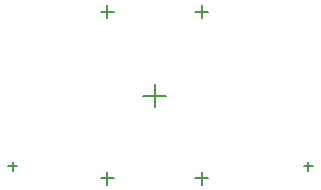
<source format=gbr>
%TF.GenerationSoftware,Altium Limited,Altium Designer,22.4.2 (48)*%
G04 Layer_Color=128*
%FSLAX26Y26*%
%MOIN*%
%TF.SameCoordinates,B812F889-C0D6-4E0A-92BC-1FC44A6A00D5*%
%TF.FilePolarity,Positive*%
%TF.FileFunction,Drillmap*%
%TF.Part,Single*%
G01*
G75*
%TA.AperFunction,NonConductor*%
%ADD30C,0.005000*%
D30*
X260590Y511812D02*
X290590D01*
X275590Y496812D02*
Y526812D01*
X1244842Y511812D02*
X1274842D01*
X1259842Y496812D02*
Y526812D01*
X568899Y1027560D02*
X612206D01*
X590552Y1005907D02*
Y1049214D01*
X568899Y472440D02*
X612206D01*
X590552Y450786D02*
Y494094D01*
X883859Y1027560D02*
X927165D01*
X905512Y1005907D02*
Y1049214D01*
X883859Y472440D02*
X927165D01*
X905512Y450786D02*
Y494094D01*
X708662Y748032D02*
X787402D01*
X748032Y708662D02*
Y787402D01*
%TF.MD5,a4040af0c6767ba8752680b708c4c5c9*%
M02*

</source>
